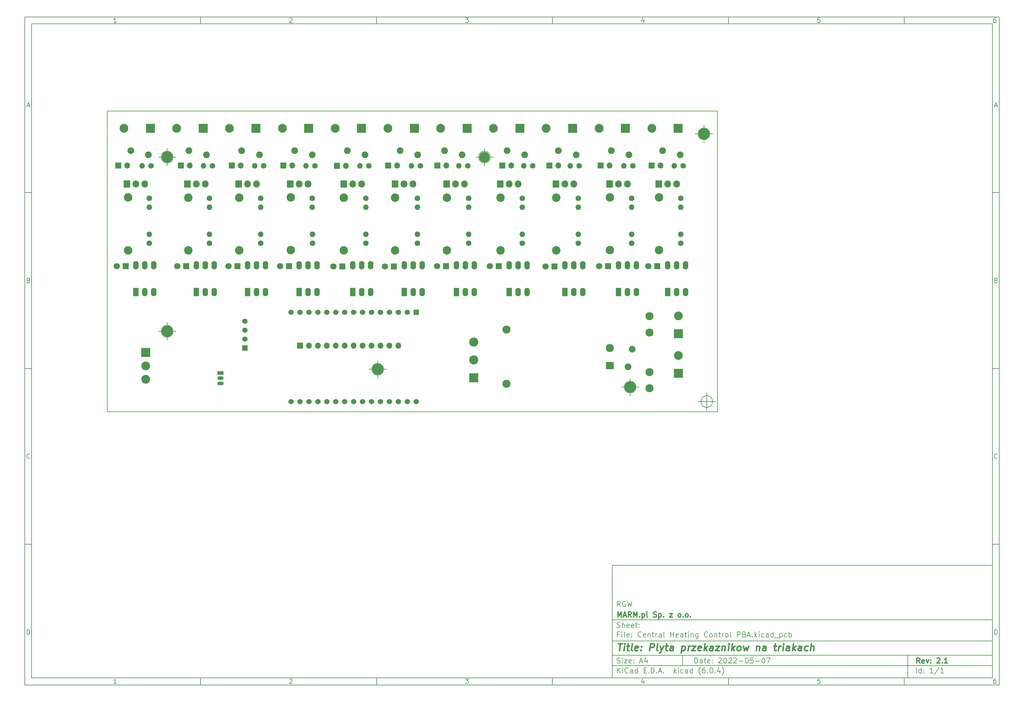
<source format=gbr>
%TF.GenerationSoftware,KiCad,Pcbnew,(6.0.4)*%
%TF.CreationDate,2022-05-29T19:49:36+02:00*%
%TF.ProjectId,Central Heating Control PBA,43656e74-7261-46c2-9048-656174696e67,2.1*%
%TF.SameCoordinates,Original*%
%TF.FileFunction,Soldermask,Bot*%
%TF.FilePolarity,Negative*%
%FSLAX46Y46*%
G04 Gerber Fmt 4.6, Leading zero omitted, Abs format (unit mm)*
G04 Created by KiCad (PCBNEW (6.0.4)) date 2022-05-29 19:49:36*
%MOMM*%
%LPD*%
G01*
G04 APERTURE LIST*
%ADD10C,0.100000*%
%ADD11C,0.150000*%
%ADD12C,0.300000*%
%ADD13C,0.400000*%
%TA.AperFunction,Profile*%
%ADD14C,0.150000*%
%TD*%
%ADD15C,3.000000*%
%ADD16R,1.800000X1.800000*%
%ADD17C,1.800000*%
%ADD18R,2.500000X2.500000*%
%ADD19C,2.500000*%
%ADD20R,1.600000X2.400000*%
%ADD21O,1.600000X2.400000*%
%ADD22C,1.600000*%
%ADD23O,1.600000X1.600000*%
%ADD24R,1.905000X2.000000*%
%ADD25O,1.905000X2.000000*%
%ADD26C,2.400000*%
%ADD27R,1.700000X1.700000*%
%ADD28O,1.700000X1.700000*%
%ADD29C,1.900000*%
%ADD30R,2.600000X2.600000*%
%ADD31C,2.600000*%
%ADD32R,1.500000X1.500000*%
%ADD33C,1.500000*%
%ADD34R,1.800000X1.050000*%
%ADD35O,1.800000X1.050000*%
%ADD36C,2.300000*%
%ADD37R,1.524000X1.524000*%
%ADD38C,1.524000*%
%ADD39R,2.300000X2.000000*%
G04 APERTURE END LIST*
D10*
D11*
X177002200Y-166007200D02*
X177002200Y-198007200D01*
X285002200Y-198007200D01*
X285002200Y-166007200D01*
X177002200Y-166007200D01*
D10*
D11*
X10000000Y-10000000D02*
X10000000Y-200007200D01*
X287002200Y-200007200D01*
X287002200Y-10000000D01*
X10000000Y-10000000D01*
D10*
D11*
X12000000Y-12000000D02*
X12000000Y-198007200D01*
X285002200Y-198007200D01*
X285002200Y-12000000D01*
X12000000Y-12000000D01*
D10*
D11*
X60000000Y-12000000D02*
X60000000Y-10000000D01*
D10*
D11*
X110000000Y-12000000D02*
X110000000Y-10000000D01*
D10*
D11*
X160000000Y-12000000D02*
X160000000Y-10000000D01*
D10*
D11*
X210000000Y-12000000D02*
X210000000Y-10000000D01*
D10*
D11*
X260000000Y-12000000D02*
X260000000Y-10000000D01*
D10*
D11*
X36065476Y-11588095D02*
X35322619Y-11588095D01*
X35694047Y-11588095D02*
X35694047Y-10288095D01*
X35570238Y-10473809D01*
X35446428Y-10597619D01*
X35322619Y-10659523D01*
D10*
D11*
X85322619Y-10411904D02*
X85384523Y-10350000D01*
X85508333Y-10288095D01*
X85817857Y-10288095D01*
X85941666Y-10350000D01*
X86003571Y-10411904D01*
X86065476Y-10535714D01*
X86065476Y-10659523D01*
X86003571Y-10845238D01*
X85260714Y-11588095D01*
X86065476Y-11588095D01*
D10*
D11*
X135260714Y-10288095D02*
X136065476Y-10288095D01*
X135632142Y-10783333D01*
X135817857Y-10783333D01*
X135941666Y-10845238D01*
X136003571Y-10907142D01*
X136065476Y-11030952D01*
X136065476Y-11340476D01*
X136003571Y-11464285D01*
X135941666Y-11526190D01*
X135817857Y-11588095D01*
X135446428Y-11588095D01*
X135322619Y-11526190D01*
X135260714Y-11464285D01*
D10*
D11*
X185941666Y-10721428D02*
X185941666Y-11588095D01*
X185632142Y-10226190D02*
X185322619Y-11154761D01*
X186127380Y-11154761D01*
D10*
D11*
X236003571Y-10288095D02*
X235384523Y-10288095D01*
X235322619Y-10907142D01*
X235384523Y-10845238D01*
X235508333Y-10783333D01*
X235817857Y-10783333D01*
X235941666Y-10845238D01*
X236003571Y-10907142D01*
X236065476Y-11030952D01*
X236065476Y-11340476D01*
X236003571Y-11464285D01*
X235941666Y-11526190D01*
X235817857Y-11588095D01*
X235508333Y-11588095D01*
X235384523Y-11526190D01*
X235322619Y-11464285D01*
D10*
D11*
X285941666Y-10288095D02*
X285694047Y-10288095D01*
X285570238Y-10350000D01*
X285508333Y-10411904D01*
X285384523Y-10597619D01*
X285322619Y-10845238D01*
X285322619Y-11340476D01*
X285384523Y-11464285D01*
X285446428Y-11526190D01*
X285570238Y-11588095D01*
X285817857Y-11588095D01*
X285941666Y-11526190D01*
X286003571Y-11464285D01*
X286065476Y-11340476D01*
X286065476Y-11030952D01*
X286003571Y-10907142D01*
X285941666Y-10845238D01*
X285817857Y-10783333D01*
X285570238Y-10783333D01*
X285446428Y-10845238D01*
X285384523Y-10907142D01*
X285322619Y-11030952D01*
D10*
D11*
X60000000Y-198007200D02*
X60000000Y-200007200D01*
D10*
D11*
X110000000Y-198007200D02*
X110000000Y-200007200D01*
D10*
D11*
X160000000Y-198007200D02*
X160000000Y-200007200D01*
D10*
D11*
X210000000Y-198007200D02*
X210000000Y-200007200D01*
D10*
D11*
X260000000Y-198007200D02*
X260000000Y-200007200D01*
D10*
D11*
X36065476Y-199595295D02*
X35322619Y-199595295D01*
X35694047Y-199595295D02*
X35694047Y-198295295D01*
X35570238Y-198481009D01*
X35446428Y-198604819D01*
X35322619Y-198666723D01*
D10*
D11*
X85322619Y-198419104D02*
X85384523Y-198357200D01*
X85508333Y-198295295D01*
X85817857Y-198295295D01*
X85941666Y-198357200D01*
X86003571Y-198419104D01*
X86065476Y-198542914D01*
X86065476Y-198666723D01*
X86003571Y-198852438D01*
X85260714Y-199595295D01*
X86065476Y-199595295D01*
D10*
D11*
X135260714Y-198295295D02*
X136065476Y-198295295D01*
X135632142Y-198790533D01*
X135817857Y-198790533D01*
X135941666Y-198852438D01*
X136003571Y-198914342D01*
X136065476Y-199038152D01*
X136065476Y-199347676D01*
X136003571Y-199471485D01*
X135941666Y-199533390D01*
X135817857Y-199595295D01*
X135446428Y-199595295D01*
X135322619Y-199533390D01*
X135260714Y-199471485D01*
D10*
D11*
X185941666Y-198728628D02*
X185941666Y-199595295D01*
X185632142Y-198233390D02*
X185322619Y-199161961D01*
X186127380Y-199161961D01*
D10*
D11*
X236003571Y-198295295D02*
X235384523Y-198295295D01*
X235322619Y-198914342D01*
X235384523Y-198852438D01*
X235508333Y-198790533D01*
X235817857Y-198790533D01*
X235941666Y-198852438D01*
X236003571Y-198914342D01*
X236065476Y-199038152D01*
X236065476Y-199347676D01*
X236003571Y-199471485D01*
X235941666Y-199533390D01*
X235817857Y-199595295D01*
X235508333Y-199595295D01*
X235384523Y-199533390D01*
X235322619Y-199471485D01*
D10*
D11*
X285941666Y-198295295D02*
X285694047Y-198295295D01*
X285570238Y-198357200D01*
X285508333Y-198419104D01*
X285384523Y-198604819D01*
X285322619Y-198852438D01*
X285322619Y-199347676D01*
X285384523Y-199471485D01*
X285446428Y-199533390D01*
X285570238Y-199595295D01*
X285817857Y-199595295D01*
X285941666Y-199533390D01*
X286003571Y-199471485D01*
X286065476Y-199347676D01*
X286065476Y-199038152D01*
X286003571Y-198914342D01*
X285941666Y-198852438D01*
X285817857Y-198790533D01*
X285570238Y-198790533D01*
X285446428Y-198852438D01*
X285384523Y-198914342D01*
X285322619Y-199038152D01*
D10*
D11*
X10000000Y-60000000D02*
X12000000Y-60000000D01*
D10*
D11*
X10000000Y-110000000D02*
X12000000Y-110000000D01*
D10*
D11*
X10000000Y-160000000D02*
X12000000Y-160000000D01*
D10*
D11*
X10690476Y-35216666D02*
X11309523Y-35216666D01*
X10566666Y-35588095D02*
X11000000Y-34288095D01*
X11433333Y-35588095D01*
D10*
D11*
X11092857Y-84907142D02*
X11278571Y-84969047D01*
X11340476Y-85030952D01*
X11402380Y-85154761D01*
X11402380Y-85340476D01*
X11340476Y-85464285D01*
X11278571Y-85526190D01*
X11154761Y-85588095D01*
X10659523Y-85588095D01*
X10659523Y-84288095D01*
X11092857Y-84288095D01*
X11216666Y-84350000D01*
X11278571Y-84411904D01*
X11340476Y-84535714D01*
X11340476Y-84659523D01*
X11278571Y-84783333D01*
X11216666Y-84845238D01*
X11092857Y-84907142D01*
X10659523Y-84907142D01*
D10*
D11*
X11402380Y-135464285D02*
X11340476Y-135526190D01*
X11154761Y-135588095D01*
X11030952Y-135588095D01*
X10845238Y-135526190D01*
X10721428Y-135402380D01*
X10659523Y-135278571D01*
X10597619Y-135030952D01*
X10597619Y-134845238D01*
X10659523Y-134597619D01*
X10721428Y-134473809D01*
X10845238Y-134350000D01*
X11030952Y-134288095D01*
X11154761Y-134288095D01*
X11340476Y-134350000D01*
X11402380Y-134411904D01*
D10*
D11*
X10659523Y-185588095D02*
X10659523Y-184288095D01*
X10969047Y-184288095D01*
X11154761Y-184350000D01*
X11278571Y-184473809D01*
X11340476Y-184597619D01*
X11402380Y-184845238D01*
X11402380Y-185030952D01*
X11340476Y-185278571D01*
X11278571Y-185402380D01*
X11154761Y-185526190D01*
X10969047Y-185588095D01*
X10659523Y-185588095D01*
D10*
D11*
X287002200Y-60000000D02*
X285002200Y-60000000D01*
D10*
D11*
X287002200Y-110000000D02*
X285002200Y-110000000D01*
D10*
D11*
X287002200Y-160000000D02*
X285002200Y-160000000D01*
D10*
D11*
X285692676Y-35216666D02*
X286311723Y-35216666D01*
X285568866Y-35588095D02*
X286002200Y-34288095D01*
X286435533Y-35588095D01*
D10*
D11*
X286095057Y-84907142D02*
X286280771Y-84969047D01*
X286342676Y-85030952D01*
X286404580Y-85154761D01*
X286404580Y-85340476D01*
X286342676Y-85464285D01*
X286280771Y-85526190D01*
X286156961Y-85588095D01*
X285661723Y-85588095D01*
X285661723Y-84288095D01*
X286095057Y-84288095D01*
X286218866Y-84350000D01*
X286280771Y-84411904D01*
X286342676Y-84535714D01*
X286342676Y-84659523D01*
X286280771Y-84783333D01*
X286218866Y-84845238D01*
X286095057Y-84907142D01*
X285661723Y-84907142D01*
D10*
D11*
X286404580Y-135464285D02*
X286342676Y-135526190D01*
X286156961Y-135588095D01*
X286033152Y-135588095D01*
X285847438Y-135526190D01*
X285723628Y-135402380D01*
X285661723Y-135278571D01*
X285599819Y-135030952D01*
X285599819Y-134845238D01*
X285661723Y-134597619D01*
X285723628Y-134473809D01*
X285847438Y-134350000D01*
X286033152Y-134288095D01*
X286156961Y-134288095D01*
X286342676Y-134350000D01*
X286404580Y-134411904D01*
D10*
D11*
X285661723Y-185588095D02*
X285661723Y-184288095D01*
X285971247Y-184288095D01*
X286156961Y-184350000D01*
X286280771Y-184473809D01*
X286342676Y-184597619D01*
X286404580Y-184845238D01*
X286404580Y-185030952D01*
X286342676Y-185278571D01*
X286280771Y-185402380D01*
X286156961Y-185526190D01*
X285971247Y-185588095D01*
X285661723Y-185588095D01*
D10*
D11*
X200434342Y-193785771D02*
X200434342Y-192285771D01*
X200791485Y-192285771D01*
X201005771Y-192357200D01*
X201148628Y-192500057D01*
X201220057Y-192642914D01*
X201291485Y-192928628D01*
X201291485Y-193142914D01*
X201220057Y-193428628D01*
X201148628Y-193571485D01*
X201005771Y-193714342D01*
X200791485Y-193785771D01*
X200434342Y-193785771D01*
X202577200Y-193785771D02*
X202577200Y-193000057D01*
X202505771Y-192857200D01*
X202362914Y-192785771D01*
X202077200Y-192785771D01*
X201934342Y-192857200D01*
X202577200Y-193714342D02*
X202434342Y-193785771D01*
X202077200Y-193785771D01*
X201934342Y-193714342D01*
X201862914Y-193571485D01*
X201862914Y-193428628D01*
X201934342Y-193285771D01*
X202077200Y-193214342D01*
X202434342Y-193214342D01*
X202577200Y-193142914D01*
X203077200Y-192785771D02*
X203648628Y-192785771D01*
X203291485Y-192285771D02*
X203291485Y-193571485D01*
X203362914Y-193714342D01*
X203505771Y-193785771D01*
X203648628Y-193785771D01*
X204720057Y-193714342D02*
X204577200Y-193785771D01*
X204291485Y-193785771D01*
X204148628Y-193714342D01*
X204077200Y-193571485D01*
X204077200Y-193000057D01*
X204148628Y-192857200D01*
X204291485Y-192785771D01*
X204577200Y-192785771D01*
X204720057Y-192857200D01*
X204791485Y-193000057D01*
X204791485Y-193142914D01*
X204077200Y-193285771D01*
X205434342Y-193642914D02*
X205505771Y-193714342D01*
X205434342Y-193785771D01*
X205362914Y-193714342D01*
X205434342Y-193642914D01*
X205434342Y-193785771D01*
X205434342Y-192857200D02*
X205505771Y-192928628D01*
X205434342Y-193000057D01*
X205362914Y-192928628D01*
X205434342Y-192857200D01*
X205434342Y-193000057D01*
X207220057Y-192428628D02*
X207291485Y-192357200D01*
X207434342Y-192285771D01*
X207791485Y-192285771D01*
X207934342Y-192357200D01*
X208005771Y-192428628D01*
X208077200Y-192571485D01*
X208077200Y-192714342D01*
X208005771Y-192928628D01*
X207148628Y-193785771D01*
X208077200Y-193785771D01*
X209005771Y-192285771D02*
X209148628Y-192285771D01*
X209291485Y-192357200D01*
X209362914Y-192428628D01*
X209434342Y-192571485D01*
X209505771Y-192857200D01*
X209505771Y-193214342D01*
X209434342Y-193500057D01*
X209362914Y-193642914D01*
X209291485Y-193714342D01*
X209148628Y-193785771D01*
X209005771Y-193785771D01*
X208862914Y-193714342D01*
X208791485Y-193642914D01*
X208720057Y-193500057D01*
X208648628Y-193214342D01*
X208648628Y-192857200D01*
X208720057Y-192571485D01*
X208791485Y-192428628D01*
X208862914Y-192357200D01*
X209005771Y-192285771D01*
X210077200Y-192428628D02*
X210148628Y-192357200D01*
X210291485Y-192285771D01*
X210648628Y-192285771D01*
X210791485Y-192357200D01*
X210862914Y-192428628D01*
X210934342Y-192571485D01*
X210934342Y-192714342D01*
X210862914Y-192928628D01*
X210005771Y-193785771D01*
X210934342Y-193785771D01*
X211505771Y-192428628D02*
X211577200Y-192357200D01*
X211720057Y-192285771D01*
X212077200Y-192285771D01*
X212220057Y-192357200D01*
X212291485Y-192428628D01*
X212362914Y-192571485D01*
X212362914Y-192714342D01*
X212291485Y-192928628D01*
X211434342Y-193785771D01*
X212362914Y-193785771D01*
X213005771Y-193214342D02*
X214148628Y-193214342D01*
X215148628Y-192285771D02*
X215291485Y-192285771D01*
X215434342Y-192357200D01*
X215505771Y-192428628D01*
X215577200Y-192571485D01*
X215648628Y-192857200D01*
X215648628Y-193214342D01*
X215577200Y-193500057D01*
X215505771Y-193642914D01*
X215434342Y-193714342D01*
X215291485Y-193785771D01*
X215148628Y-193785771D01*
X215005771Y-193714342D01*
X214934342Y-193642914D01*
X214862914Y-193500057D01*
X214791485Y-193214342D01*
X214791485Y-192857200D01*
X214862914Y-192571485D01*
X214934342Y-192428628D01*
X215005771Y-192357200D01*
X215148628Y-192285771D01*
X217005771Y-192285771D02*
X216291485Y-192285771D01*
X216220057Y-193000057D01*
X216291485Y-192928628D01*
X216434342Y-192857200D01*
X216791485Y-192857200D01*
X216934342Y-192928628D01*
X217005771Y-193000057D01*
X217077200Y-193142914D01*
X217077200Y-193500057D01*
X217005771Y-193642914D01*
X216934342Y-193714342D01*
X216791485Y-193785771D01*
X216434342Y-193785771D01*
X216291485Y-193714342D01*
X216220057Y-193642914D01*
X217720057Y-193214342D02*
X218862914Y-193214342D01*
X219862914Y-192285771D02*
X220005771Y-192285771D01*
X220148628Y-192357200D01*
X220220057Y-192428628D01*
X220291485Y-192571485D01*
X220362914Y-192857200D01*
X220362914Y-193214342D01*
X220291485Y-193500057D01*
X220220057Y-193642914D01*
X220148628Y-193714342D01*
X220005771Y-193785771D01*
X219862914Y-193785771D01*
X219720057Y-193714342D01*
X219648628Y-193642914D01*
X219577200Y-193500057D01*
X219505771Y-193214342D01*
X219505771Y-192857200D01*
X219577200Y-192571485D01*
X219648628Y-192428628D01*
X219720057Y-192357200D01*
X219862914Y-192285771D01*
X220862914Y-192285771D02*
X221862914Y-192285771D01*
X221220057Y-193785771D01*
D10*
D11*
X177002200Y-194507200D02*
X285002200Y-194507200D01*
D10*
D11*
X178434342Y-196585771D02*
X178434342Y-195085771D01*
X179291485Y-196585771D02*
X178648628Y-195728628D01*
X179291485Y-195085771D02*
X178434342Y-195942914D01*
X179934342Y-196585771D02*
X179934342Y-195585771D01*
X179934342Y-195085771D02*
X179862914Y-195157200D01*
X179934342Y-195228628D01*
X180005771Y-195157200D01*
X179934342Y-195085771D01*
X179934342Y-195228628D01*
X181505771Y-196442914D02*
X181434342Y-196514342D01*
X181220057Y-196585771D01*
X181077200Y-196585771D01*
X180862914Y-196514342D01*
X180720057Y-196371485D01*
X180648628Y-196228628D01*
X180577200Y-195942914D01*
X180577200Y-195728628D01*
X180648628Y-195442914D01*
X180720057Y-195300057D01*
X180862914Y-195157200D01*
X181077200Y-195085771D01*
X181220057Y-195085771D01*
X181434342Y-195157200D01*
X181505771Y-195228628D01*
X182791485Y-196585771D02*
X182791485Y-195800057D01*
X182720057Y-195657200D01*
X182577200Y-195585771D01*
X182291485Y-195585771D01*
X182148628Y-195657200D01*
X182791485Y-196514342D02*
X182648628Y-196585771D01*
X182291485Y-196585771D01*
X182148628Y-196514342D01*
X182077200Y-196371485D01*
X182077200Y-196228628D01*
X182148628Y-196085771D01*
X182291485Y-196014342D01*
X182648628Y-196014342D01*
X182791485Y-195942914D01*
X184148628Y-196585771D02*
X184148628Y-195085771D01*
X184148628Y-196514342D02*
X184005771Y-196585771D01*
X183720057Y-196585771D01*
X183577200Y-196514342D01*
X183505771Y-196442914D01*
X183434342Y-196300057D01*
X183434342Y-195871485D01*
X183505771Y-195728628D01*
X183577200Y-195657200D01*
X183720057Y-195585771D01*
X184005771Y-195585771D01*
X184148628Y-195657200D01*
X186005771Y-195800057D02*
X186505771Y-195800057D01*
X186720057Y-196585771D02*
X186005771Y-196585771D01*
X186005771Y-195085771D01*
X186720057Y-195085771D01*
X187362914Y-196442914D02*
X187434342Y-196514342D01*
X187362914Y-196585771D01*
X187291485Y-196514342D01*
X187362914Y-196442914D01*
X187362914Y-196585771D01*
X188077200Y-196585771D02*
X188077200Y-195085771D01*
X188434342Y-195085771D01*
X188648628Y-195157200D01*
X188791485Y-195300057D01*
X188862914Y-195442914D01*
X188934342Y-195728628D01*
X188934342Y-195942914D01*
X188862914Y-196228628D01*
X188791485Y-196371485D01*
X188648628Y-196514342D01*
X188434342Y-196585771D01*
X188077200Y-196585771D01*
X189577200Y-196442914D02*
X189648628Y-196514342D01*
X189577200Y-196585771D01*
X189505771Y-196514342D01*
X189577200Y-196442914D01*
X189577200Y-196585771D01*
X190220057Y-196157200D02*
X190934342Y-196157200D01*
X190077200Y-196585771D02*
X190577200Y-195085771D01*
X191077200Y-196585771D01*
X191577200Y-196442914D02*
X191648628Y-196514342D01*
X191577200Y-196585771D01*
X191505771Y-196514342D01*
X191577200Y-196442914D01*
X191577200Y-196585771D01*
X194577200Y-196585771D02*
X194577200Y-195085771D01*
X194720057Y-196014342D02*
X195148628Y-196585771D01*
X195148628Y-195585771D02*
X194577200Y-196157200D01*
X195791485Y-196585771D02*
X195791485Y-195585771D01*
X195791485Y-195085771D02*
X195720057Y-195157200D01*
X195791485Y-195228628D01*
X195862914Y-195157200D01*
X195791485Y-195085771D01*
X195791485Y-195228628D01*
X197148628Y-196514342D02*
X197005771Y-196585771D01*
X196720057Y-196585771D01*
X196577200Y-196514342D01*
X196505771Y-196442914D01*
X196434342Y-196300057D01*
X196434342Y-195871485D01*
X196505771Y-195728628D01*
X196577200Y-195657200D01*
X196720057Y-195585771D01*
X197005771Y-195585771D01*
X197148628Y-195657200D01*
X198434342Y-196585771D02*
X198434342Y-195800057D01*
X198362914Y-195657200D01*
X198220057Y-195585771D01*
X197934342Y-195585771D01*
X197791485Y-195657200D01*
X198434342Y-196514342D02*
X198291485Y-196585771D01*
X197934342Y-196585771D01*
X197791485Y-196514342D01*
X197720057Y-196371485D01*
X197720057Y-196228628D01*
X197791485Y-196085771D01*
X197934342Y-196014342D01*
X198291485Y-196014342D01*
X198434342Y-195942914D01*
X199791485Y-196585771D02*
X199791485Y-195085771D01*
X199791485Y-196514342D02*
X199648628Y-196585771D01*
X199362914Y-196585771D01*
X199220057Y-196514342D01*
X199148628Y-196442914D01*
X199077200Y-196300057D01*
X199077200Y-195871485D01*
X199148628Y-195728628D01*
X199220057Y-195657200D01*
X199362914Y-195585771D01*
X199648628Y-195585771D01*
X199791485Y-195657200D01*
X202077200Y-197157200D02*
X202005771Y-197085771D01*
X201862914Y-196871485D01*
X201791485Y-196728628D01*
X201720057Y-196514342D01*
X201648628Y-196157200D01*
X201648628Y-195871485D01*
X201720057Y-195514342D01*
X201791485Y-195300057D01*
X201862914Y-195157200D01*
X202005771Y-194942914D01*
X202077200Y-194871485D01*
X203291485Y-195085771D02*
X203005771Y-195085771D01*
X202862914Y-195157200D01*
X202791485Y-195228628D01*
X202648628Y-195442914D01*
X202577200Y-195728628D01*
X202577200Y-196300057D01*
X202648628Y-196442914D01*
X202720057Y-196514342D01*
X202862914Y-196585771D01*
X203148628Y-196585771D01*
X203291485Y-196514342D01*
X203362914Y-196442914D01*
X203434342Y-196300057D01*
X203434342Y-195942914D01*
X203362914Y-195800057D01*
X203291485Y-195728628D01*
X203148628Y-195657200D01*
X202862914Y-195657200D01*
X202720057Y-195728628D01*
X202648628Y-195800057D01*
X202577200Y-195942914D01*
X204077200Y-196442914D02*
X204148628Y-196514342D01*
X204077200Y-196585771D01*
X204005771Y-196514342D01*
X204077200Y-196442914D01*
X204077200Y-196585771D01*
X205077200Y-195085771D02*
X205220057Y-195085771D01*
X205362914Y-195157200D01*
X205434342Y-195228628D01*
X205505771Y-195371485D01*
X205577200Y-195657200D01*
X205577200Y-196014342D01*
X205505771Y-196300057D01*
X205434342Y-196442914D01*
X205362914Y-196514342D01*
X205220057Y-196585771D01*
X205077200Y-196585771D01*
X204934342Y-196514342D01*
X204862914Y-196442914D01*
X204791485Y-196300057D01*
X204720057Y-196014342D01*
X204720057Y-195657200D01*
X204791485Y-195371485D01*
X204862914Y-195228628D01*
X204934342Y-195157200D01*
X205077200Y-195085771D01*
X206220057Y-196442914D02*
X206291485Y-196514342D01*
X206220057Y-196585771D01*
X206148628Y-196514342D01*
X206220057Y-196442914D01*
X206220057Y-196585771D01*
X207577200Y-195585771D02*
X207577200Y-196585771D01*
X207220057Y-195014342D02*
X206862914Y-196085771D01*
X207791485Y-196085771D01*
X208220057Y-197157200D02*
X208291485Y-197085771D01*
X208434342Y-196871485D01*
X208505771Y-196728628D01*
X208577200Y-196514342D01*
X208648628Y-196157200D01*
X208648628Y-195871485D01*
X208577200Y-195514342D01*
X208505771Y-195300057D01*
X208434342Y-195157200D01*
X208291485Y-194942914D01*
X208220057Y-194871485D01*
D10*
D11*
X177002200Y-191507200D02*
X285002200Y-191507200D01*
D10*
D12*
X264411485Y-193785771D02*
X263911485Y-193071485D01*
X263554342Y-193785771D02*
X263554342Y-192285771D01*
X264125771Y-192285771D01*
X264268628Y-192357200D01*
X264340057Y-192428628D01*
X264411485Y-192571485D01*
X264411485Y-192785771D01*
X264340057Y-192928628D01*
X264268628Y-193000057D01*
X264125771Y-193071485D01*
X263554342Y-193071485D01*
X265625771Y-193714342D02*
X265482914Y-193785771D01*
X265197200Y-193785771D01*
X265054342Y-193714342D01*
X264982914Y-193571485D01*
X264982914Y-193000057D01*
X265054342Y-192857200D01*
X265197200Y-192785771D01*
X265482914Y-192785771D01*
X265625771Y-192857200D01*
X265697200Y-193000057D01*
X265697200Y-193142914D01*
X264982914Y-193285771D01*
X266197200Y-192785771D02*
X266554342Y-193785771D01*
X266911485Y-192785771D01*
X267482914Y-193642914D02*
X267554342Y-193714342D01*
X267482914Y-193785771D01*
X267411485Y-193714342D01*
X267482914Y-193642914D01*
X267482914Y-193785771D01*
X267482914Y-192857200D02*
X267554342Y-192928628D01*
X267482914Y-193000057D01*
X267411485Y-192928628D01*
X267482914Y-192857200D01*
X267482914Y-193000057D01*
X269268628Y-192428628D02*
X269340057Y-192357200D01*
X269482914Y-192285771D01*
X269840057Y-192285771D01*
X269982914Y-192357200D01*
X270054342Y-192428628D01*
X270125771Y-192571485D01*
X270125771Y-192714342D01*
X270054342Y-192928628D01*
X269197200Y-193785771D01*
X270125771Y-193785771D01*
X270768628Y-193642914D02*
X270840057Y-193714342D01*
X270768628Y-193785771D01*
X270697200Y-193714342D01*
X270768628Y-193642914D01*
X270768628Y-193785771D01*
X272268628Y-193785771D02*
X271411485Y-193785771D01*
X271840057Y-193785771D02*
X271840057Y-192285771D01*
X271697200Y-192500057D01*
X271554342Y-192642914D01*
X271411485Y-192714342D01*
D10*
D11*
X178362914Y-193714342D02*
X178577200Y-193785771D01*
X178934342Y-193785771D01*
X179077200Y-193714342D01*
X179148628Y-193642914D01*
X179220057Y-193500057D01*
X179220057Y-193357200D01*
X179148628Y-193214342D01*
X179077200Y-193142914D01*
X178934342Y-193071485D01*
X178648628Y-193000057D01*
X178505771Y-192928628D01*
X178434342Y-192857200D01*
X178362914Y-192714342D01*
X178362914Y-192571485D01*
X178434342Y-192428628D01*
X178505771Y-192357200D01*
X178648628Y-192285771D01*
X179005771Y-192285771D01*
X179220057Y-192357200D01*
X179862914Y-193785771D02*
X179862914Y-192785771D01*
X179862914Y-192285771D02*
X179791485Y-192357200D01*
X179862914Y-192428628D01*
X179934342Y-192357200D01*
X179862914Y-192285771D01*
X179862914Y-192428628D01*
X180434342Y-192785771D02*
X181220057Y-192785771D01*
X180434342Y-193785771D01*
X181220057Y-193785771D01*
X182362914Y-193714342D02*
X182220057Y-193785771D01*
X181934342Y-193785771D01*
X181791485Y-193714342D01*
X181720057Y-193571485D01*
X181720057Y-193000057D01*
X181791485Y-192857200D01*
X181934342Y-192785771D01*
X182220057Y-192785771D01*
X182362914Y-192857200D01*
X182434342Y-193000057D01*
X182434342Y-193142914D01*
X181720057Y-193285771D01*
X183077200Y-193642914D02*
X183148628Y-193714342D01*
X183077200Y-193785771D01*
X183005771Y-193714342D01*
X183077200Y-193642914D01*
X183077200Y-193785771D01*
X183077200Y-192857200D02*
X183148628Y-192928628D01*
X183077200Y-193000057D01*
X183005771Y-192928628D01*
X183077200Y-192857200D01*
X183077200Y-193000057D01*
X184862914Y-193357200D02*
X185577200Y-193357200D01*
X184720057Y-193785771D02*
X185220057Y-192285771D01*
X185720057Y-193785771D01*
X186862914Y-192785771D02*
X186862914Y-193785771D01*
X186505771Y-192214342D02*
X186148628Y-193285771D01*
X187077200Y-193285771D01*
D10*
D11*
X263434342Y-196585771D02*
X263434342Y-195085771D01*
X264791485Y-196585771D02*
X264791485Y-195085771D01*
X264791485Y-196514342D02*
X264648628Y-196585771D01*
X264362914Y-196585771D01*
X264220057Y-196514342D01*
X264148628Y-196442914D01*
X264077200Y-196300057D01*
X264077200Y-195871485D01*
X264148628Y-195728628D01*
X264220057Y-195657200D01*
X264362914Y-195585771D01*
X264648628Y-195585771D01*
X264791485Y-195657200D01*
X265505771Y-196442914D02*
X265577200Y-196514342D01*
X265505771Y-196585771D01*
X265434342Y-196514342D01*
X265505771Y-196442914D01*
X265505771Y-196585771D01*
X265505771Y-195657200D02*
X265577200Y-195728628D01*
X265505771Y-195800057D01*
X265434342Y-195728628D01*
X265505771Y-195657200D01*
X265505771Y-195800057D01*
X268148628Y-196585771D02*
X267291485Y-196585771D01*
X267720057Y-196585771D02*
X267720057Y-195085771D01*
X267577200Y-195300057D01*
X267434342Y-195442914D01*
X267291485Y-195514342D01*
X269862914Y-195014342D02*
X268577200Y-196942914D01*
X271148628Y-196585771D02*
X270291485Y-196585771D01*
X270720057Y-196585771D02*
X270720057Y-195085771D01*
X270577200Y-195300057D01*
X270434342Y-195442914D01*
X270291485Y-195514342D01*
D10*
D11*
X177002200Y-187507200D02*
X285002200Y-187507200D01*
D10*
D13*
X178714580Y-188211961D02*
X179857438Y-188211961D01*
X179036009Y-190211961D02*
X179286009Y-188211961D01*
X180274104Y-190211961D02*
X180440771Y-188878628D01*
X180524104Y-188211961D02*
X180416961Y-188307200D01*
X180500295Y-188402438D01*
X180607438Y-188307200D01*
X180524104Y-188211961D01*
X180500295Y-188402438D01*
X181107438Y-188878628D02*
X181869342Y-188878628D01*
X181476485Y-188211961D02*
X181262200Y-189926247D01*
X181333628Y-190116723D01*
X181512200Y-190211961D01*
X181702676Y-190211961D01*
X182655057Y-190211961D02*
X182476485Y-190116723D01*
X182405057Y-189926247D01*
X182619342Y-188211961D01*
X184190771Y-190116723D02*
X183988390Y-190211961D01*
X183607438Y-190211961D01*
X183428866Y-190116723D01*
X183357438Y-189926247D01*
X183452676Y-189164342D01*
X183571723Y-188973866D01*
X183774104Y-188878628D01*
X184155057Y-188878628D01*
X184333628Y-188973866D01*
X184405057Y-189164342D01*
X184381247Y-189354819D01*
X183405057Y-189545295D01*
X185155057Y-190021485D02*
X185238390Y-190116723D01*
X185131247Y-190211961D01*
X185047914Y-190116723D01*
X185155057Y-190021485D01*
X185131247Y-190211961D01*
X185286009Y-188973866D02*
X185369342Y-189069104D01*
X185262200Y-189164342D01*
X185178866Y-189069104D01*
X185286009Y-188973866D01*
X185262200Y-189164342D01*
X187607438Y-190211961D02*
X187857438Y-188211961D01*
X188619342Y-188211961D01*
X188797914Y-188307200D01*
X188881247Y-188402438D01*
X188952676Y-188592914D01*
X188916961Y-188878628D01*
X188797914Y-189069104D01*
X188690771Y-189164342D01*
X188488390Y-189259580D01*
X187726485Y-189259580D01*
X189893152Y-190211961D02*
X189714580Y-190116723D01*
X189643152Y-189926247D01*
X189857438Y-188211961D01*
X190631247Y-188878628D02*
X190940771Y-190211961D01*
X191583628Y-188878628D02*
X190940771Y-190211961D01*
X190690771Y-190688152D01*
X190583628Y-190783390D01*
X190381247Y-190878628D01*
X192059819Y-188878628D02*
X192821723Y-188878628D01*
X192428866Y-188211961D02*
X192214580Y-189926247D01*
X192286009Y-190116723D01*
X192464580Y-190211961D01*
X192655057Y-190211961D01*
X194178866Y-190211961D02*
X194309819Y-189164342D01*
X194238390Y-188973866D01*
X194059819Y-188878628D01*
X193678866Y-188878628D01*
X193476485Y-188973866D01*
X194190771Y-190116723D02*
X193988390Y-190211961D01*
X193512200Y-190211961D01*
X193333628Y-190116723D01*
X193262200Y-189926247D01*
X193286009Y-189735771D01*
X193405057Y-189545295D01*
X193607438Y-189450057D01*
X194083628Y-189450057D01*
X194286009Y-189354819D01*
X196821723Y-188878628D02*
X196571723Y-190878628D01*
X196809819Y-188973866D02*
X197012200Y-188878628D01*
X197393152Y-188878628D01*
X197571723Y-188973866D01*
X197655057Y-189069104D01*
X197726485Y-189259580D01*
X197655057Y-189831009D01*
X197536009Y-190021485D01*
X197428866Y-190116723D01*
X197226485Y-190211961D01*
X196845533Y-190211961D01*
X196666961Y-190116723D01*
X198464580Y-190211961D02*
X198631247Y-188878628D01*
X198583628Y-189259580D02*
X198702676Y-189069104D01*
X198809819Y-188973866D01*
X199012200Y-188878628D01*
X199202676Y-188878628D01*
X199678866Y-188878628D02*
X200726485Y-188878628D01*
X199512200Y-190211961D01*
X200559819Y-190211961D01*
X202095533Y-190116723D02*
X201893152Y-190211961D01*
X201512200Y-190211961D01*
X201333628Y-190116723D01*
X201262200Y-189926247D01*
X201357438Y-189164342D01*
X201476485Y-188973866D01*
X201678866Y-188878628D01*
X202059819Y-188878628D01*
X202238390Y-188973866D01*
X202309819Y-189164342D01*
X202286009Y-189354819D01*
X201309819Y-189545295D01*
X203036009Y-190211961D02*
X203286009Y-188211961D01*
X203321723Y-189450057D02*
X203797914Y-190211961D01*
X203964580Y-188878628D02*
X203107438Y-189640533D01*
X205512200Y-190211961D02*
X205643152Y-189164342D01*
X205571723Y-188973866D01*
X205393152Y-188878628D01*
X205012200Y-188878628D01*
X204809819Y-188973866D01*
X205524104Y-190116723D02*
X205321723Y-190211961D01*
X204845533Y-190211961D01*
X204666961Y-190116723D01*
X204595533Y-189926247D01*
X204619342Y-189735771D01*
X204738390Y-189545295D01*
X204940771Y-189450057D01*
X205416961Y-189450057D01*
X205619342Y-189354819D01*
X206440771Y-188878628D02*
X207488390Y-188878628D01*
X206274104Y-190211961D01*
X207321723Y-190211961D01*
X208250295Y-188878628D02*
X208083628Y-190211961D01*
X208226485Y-189069104D02*
X208333628Y-188973866D01*
X208536009Y-188878628D01*
X208821723Y-188878628D01*
X209000295Y-188973866D01*
X209071723Y-189164342D01*
X208940771Y-190211961D01*
X209893152Y-190211961D02*
X210059819Y-188878628D01*
X210143152Y-188211961D02*
X210036009Y-188307200D01*
X210119342Y-188402438D01*
X210226485Y-188307200D01*
X210143152Y-188211961D01*
X210119342Y-188402438D01*
X210845533Y-190211961D02*
X211095533Y-188211961D01*
X211131247Y-189450057D02*
X211607438Y-190211961D01*
X211774104Y-188878628D02*
X210916961Y-189640533D01*
X212750295Y-190211961D02*
X212571723Y-190116723D01*
X212488390Y-190021485D01*
X212416961Y-189831009D01*
X212488390Y-189259580D01*
X212607438Y-189069104D01*
X212714580Y-188973866D01*
X212916961Y-188878628D01*
X213202676Y-188878628D01*
X213381247Y-188973866D01*
X213464580Y-189069104D01*
X213536009Y-189259580D01*
X213464580Y-189831009D01*
X213345533Y-190021485D01*
X213238390Y-190116723D01*
X213036009Y-190211961D01*
X212750295Y-190211961D01*
X214250295Y-188878628D02*
X214464580Y-190211961D01*
X214964580Y-189259580D01*
X215226485Y-190211961D01*
X215774104Y-188878628D01*
X218059819Y-188878628D02*
X217893152Y-190211961D01*
X218036009Y-189069104D02*
X218143152Y-188973866D01*
X218345533Y-188878628D01*
X218631247Y-188878628D01*
X218809819Y-188973866D01*
X218881247Y-189164342D01*
X218750295Y-190211961D01*
X220559819Y-190211961D02*
X220690771Y-189164342D01*
X220619342Y-188973866D01*
X220440771Y-188878628D01*
X220059819Y-188878628D01*
X219857438Y-188973866D01*
X220571723Y-190116723D02*
X220369342Y-190211961D01*
X219893152Y-190211961D01*
X219714580Y-190116723D01*
X219643152Y-189926247D01*
X219666961Y-189735771D01*
X219786009Y-189545295D01*
X219988390Y-189450057D01*
X220464580Y-189450057D01*
X220666961Y-189354819D01*
X222916961Y-188878628D02*
X223678866Y-188878628D01*
X223286009Y-188211961D02*
X223071723Y-189926247D01*
X223143152Y-190116723D01*
X223321723Y-190211961D01*
X223512200Y-190211961D01*
X224178866Y-190211961D02*
X224345533Y-188878628D01*
X224297914Y-189259580D02*
X224416961Y-189069104D01*
X224524104Y-188973866D01*
X224726485Y-188878628D01*
X224916961Y-188878628D01*
X225416961Y-190211961D02*
X225583628Y-188878628D01*
X225666961Y-188211961D02*
X225559819Y-188307200D01*
X225643152Y-188402438D01*
X225750295Y-188307200D01*
X225666961Y-188211961D01*
X225643152Y-188402438D01*
X227226485Y-190211961D02*
X227357438Y-189164342D01*
X227286009Y-188973866D01*
X227107438Y-188878628D01*
X226726485Y-188878628D01*
X226524104Y-188973866D01*
X227238390Y-190116723D02*
X227036009Y-190211961D01*
X226559819Y-190211961D01*
X226381247Y-190116723D01*
X226309819Y-189926247D01*
X226333628Y-189735771D01*
X226452676Y-189545295D01*
X226655057Y-189450057D01*
X227131247Y-189450057D01*
X227333628Y-189354819D01*
X228178866Y-190211961D02*
X228428866Y-188211961D01*
X228464580Y-189450057D02*
X228940771Y-190211961D01*
X229107438Y-188878628D02*
X228250295Y-189640533D01*
X230655057Y-190211961D02*
X230786009Y-189164342D01*
X230714580Y-188973866D01*
X230536009Y-188878628D01*
X230155057Y-188878628D01*
X229952676Y-188973866D01*
X230666961Y-190116723D02*
X230464580Y-190211961D01*
X229988390Y-190211961D01*
X229809819Y-190116723D01*
X229738390Y-189926247D01*
X229762200Y-189735771D01*
X229881247Y-189545295D01*
X230083628Y-189450057D01*
X230559819Y-189450057D01*
X230762200Y-189354819D01*
X232476485Y-190116723D02*
X232274104Y-190211961D01*
X231893152Y-190211961D01*
X231714580Y-190116723D01*
X231631247Y-190021485D01*
X231559819Y-189831009D01*
X231631247Y-189259580D01*
X231750295Y-189069104D01*
X231857438Y-188973866D01*
X232059819Y-188878628D01*
X232440771Y-188878628D01*
X232619342Y-188973866D01*
X233321723Y-190211961D02*
X233571723Y-188211961D01*
X234178866Y-190211961D02*
X234309819Y-189164342D01*
X234238390Y-188973866D01*
X234059819Y-188878628D01*
X233774104Y-188878628D01*
X233571723Y-188973866D01*
X233464580Y-189069104D01*
D10*
D11*
X178934342Y-185600057D02*
X178434342Y-185600057D01*
X178434342Y-186385771D02*
X178434342Y-184885771D01*
X179148628Y-184885771D01*
X179720057Y-186385771D02*
X179720057Y-185385771D01*
X179720057Y-184885771D02*
X179648628Y-184957200D01*
X179720057Y-185028628D01*
X179791485Y-184957200D01*
X179720057Y-184885771D01*
X179720057Y-185028628D01*
X180648628Y-186385771D02*
X180505771Y-186314342D01*
X180434342Y-186171485D01*
X180434342Y-184885771D01*
X181791485Y-186314342D02*
X181648628Y-186385771D01*
X181362914Y-186385771D01*
X181220057Y-186314342D01*
X181148628Y-186171485D01*
X181148628Y-185600057D01*
X181220057Y-185457200D01*
X181362914Y-185385771D01*
X181648628Y-185385771D01*
X181791485Y-185457200D01*
X181862914Y-185600057D01*
X181862914Y-185742914D01*
X181148628Y-185885771D01*
X182505771Y-186242914D02*
X182577200Y-186314342D01*
X182505771Y-186385771D01*
X182434342Y-186314342D01*
X182505771Y-186242914D01*
X182505771Y-186385771D01*
X182505771Y-185457200D02*
X182577200Y-185528628D01*
X182505771Y-185600057D01*
X182434342Y-185528628D01*
X182505771Y-185457200D01*
X182505771Y-185600057D01*
X185220057Y-186242914D02*
X185148628Y-186314342D01*
X184934342Y-186385771D01*
X184791485Y-186385771D01*
X184577200Y-186314342D01*
X184434342Y-186171485D01*
X184362914Y-186028628D01*
X184291485Y-185742914D01*
X184291485Y-185528628D01*
X184362914Y-185242914D01*
X184434342Y-185100057D01*
X184577200Y-184957200D01*
X184791485Y-184885771D01*
X184934342Y-184885771D01*
X185148628Y-184957200D01*
X185220057Y-185028628D01*
X186434342Y-186314342D02*
X186291485Y-186385771D01*
X186005771Y-186385771D01*
X185862914Y-186314342D01*
X185791485Y-186171485D01*
X185791485Y-185600057D01*
X185862914Y-185457200D01*
X186005771Y-185385771D01*
X186291485Y-185385771D01*
X186434342Y-185457200D01*
X186505771Y-185600057D01*
X186505771Y-185742914D01*
X185791485Y-185885771D01*
X187148628Y-185385771D02*
X187148628Y-186385771D01*
X187148628Y-185528628D02*
X187220057Y-185457200D01*
X187362914Y-185385771D01*
X187577200Y-185385771D01*
X187720057Y-185457200D01*
X187791485Y-185600057D01*
X187791485Y-186385771D01*
X188291485Y-185385771D02*
X188862914Y-185385771D01*
X188505771Y-184885771D02*
X188505771Y-186171485D01*
X188577200Y-186314342D01*
X188720057Y-186385771D01*
X188862914Y-186385771D01*
X189362914Y-186385771D02*
X189362914Y-185385771D01*
X189362914Y-185671485D02*
X189434342Y-185528628D01*
X189505771Y-185457200D01*
X189648628Y-185385771D01*
X189791485Y-185385771D01*
X190934342Y-186385771D02*
X190934342Y-185600057D01*
X190862914Y-185457200D01*
X190720057Y-185385771D01*
X190434342Y-185385771D01*
X190291485Y-185457200D01*
X190934342Y-186314342D02*
X190791485Y-186385771D01*
X190434342Y-186385771D01*
X190291485Y-186314342D01*
X190220057Y-186171485D01*
X190220057Y-186028628D01*
X190291485Y-185885771D01*
X190434342Y-185814342D01*
X190791485Y-185814342D01*
X190934342Y-185742914D01*
X191862914Y-186385771D02*
X191720057Y-186314342D01*
X191648628Y-186171485D01*
X191648628Y-184885771D01*
X193577200Y-186385771D02*
X193577200Y-184885771D01*
X193577200Y-185600057D02*
X194434342Y-185600057D01*
X194434342Y-186385771D02*
X194434342Y-184885771D01*
X195720057Y-186314342D02*
X195577200Y-186385771D01*
X195291485Y-186385771D01*
X195148628Y-186314342D01*
X195077200Y-186171485D01*
X195077200Y-185600057D01*
X195148628Y-185457200D01*
X195291485Y-185385771D01*
X195577200Y-185385771D01*
X195720057Y-185457200D01*
X195791485Y-185600057D01*
X195791485Y-185742914D01*
X195077200Y-185885771D01*
X197077200Y-186385771D02*
X197077200Y-185600057D01*
X197005771Y-185457200D01*
X196862914Y-185385771D01*
X196577200Y-185385771D01*
X196434342Y-185457200D01*
X197077200Y-186314342D02*
X196934342Y-186385771D01*
X196577200Y-186385771D01*
X196434342Y-186314342D01*
X196362914Y-186171485D01*
X196362914Y-186028628D01*
X196434342Y-185885771D01*
X196577200Y-185814342D01*
X196934342Y-185814342D01*
X197077200Y-185742914D01*
X197577200Y-185385771D02*
X198148628Y-185385771D01*
X197791485Y-184885771D02*
X197791485Y-186171485D01*
X197862914Y-186314342D01*
X198005771Y-186385771D01*
X198148628Y-186385771D01*
X198648628Y-186385771D02*
X198648628Y-185385771D01*
X198648628Y-184885771D02*
X198577200Y-184957200D01*
X198648628Y-185028628D01*
X198720057Y-184957200D01*
X198648628Y-184885771D01*
X198648628Y-185028628D01*
X199362914Y-185385771D02*
X199362914Y-186385771D01*
X199362914Y-185528628D02*
X199434342Y-185457200D01*
X199577200Y-185385771D01*
X199791485Y-185385771D01*
X199934342Y-185457200D01*
X200005771Y-185600057D01*
X200005771Y-186385771D01*
X201362914Y-185385771D02*
X201362914Y-186600057D01*
X201291485Y-186742914D01*
X201220057Y-186814342D01*
X201077200Y-186885771D01*
X200862914Y-186885771D01*
X200720057Y-186814342D01*
X201362914Y-186314342D02*
X201220057Y-186385771D01*
X200934342Y-186385771D01*
X200791485Y-186314342D01*
X200720057Y-186242914D01*
X200648628Y-186100057D01*
X200648628Y-185671485D01*
X200720057Y-185528628D01*
X200791485Y-185457200D01*
X200934342Y-185385771D01*
X201220057Y-185385771D01*
X201362914Y-185457200D01*
X204077200Y-186242914D02*
X204005771Y-186314342D01*
X203791485Y-186385771D01*
X203648628Y-186385771D01*
X203434342Y-186314342D01*
X203291485Y-186171485D01*
X203220057Y-186028628D01*
X203148628Y-185742914D01*
X203148628Y-185528628D01*
X203220057Y-185242914D01*
X203291485Y-185100057D01*
X203434342Y-184957200D01*
X203648628Y-184885771D01*
X203791485Y-184885771D01*
X204005771Y-184957200D01*
X204077200Y-185028628D01*
X204934342Y-186385771D02*
X204791485Y-186314342D01*
X204720057Y-186242914D01*
X204648628Y-186100057D01*
X204648628Y-185671485D01*
X204720057Y-185528628D01*
X204791485Y-185457200D01*
X204934342Y-185385771D01*
X205148628Y-185385771D01*
X205291485Y-185457200D01*
X205362914Y-185528628D01*
X205434342Y-185671485D01*
X205434342Y-186100057D01*
X205362914Y-186242914D01*
X205291485Y-186314342D01*
X205148628Y-186385771D01*
X204934342Y-186385771D01*
X206077200Y-185385771D02*
X206077200Y-186385771D01*
X206077200Y-185528628D02*
X206148628Y-185457200D01*
X206291485Y-185385771D01*
X206505771Y-185385771D01*
X206648628Y-185457200D01*
X206720057Y-185600057D01*
X206720057Y-186385771D01*
X207220057Y-185385771D02*
X207791485Y-185385771D01*
X207434342Y-184885771D02*
X207434342Y-186171485D01*
X207505771Y-186314342D01*
X207648628Y-186385771D01*
X207791485Y-186385771D01*
X208291485Y-186385771D02*
X208291485Y-185385771D01*
X208291485Y-185671485D02*
X208362914Y-185528628D01*
X208434342Y-185457200D01*
X208577200Y-185385771D01*
X208720057Y-185385771D01*
X209434342Y-186385771D02*
X209291485Y-186314342D01*
X209220057Y-186242914D01*
X209148628Y-186100057D01*
X209148628Y-185671485D01*
X209220057Y-185528628D01*
X209291485Y-185457200D01*
X209434342Y-185385771D01*
X209648628Y-185385771D01*
X209791485Y-185457200D01*
X209862914Y-185528628D01*
X209934342Y-185671485D01*
X209934342Y-186100057D01*
X209862914Y-186242914D01*
X209791485Y-186314342D01*
X209648628Y-186385771D01*
X209434342Y-186385771D01*
X210791485Y-186385771D02*
X210648628Y-186314342D01*
X210577200Y-186171485D01*
X210577200Y-184885771D01*
X212505771Y-186385771D02*
X212505771Y-184885771D01*
X213077200Y-184885771D01*
X213220057Y-184957200D01*
X213291485Y-185028628D01*
X213362914Y-185171485D01*
X213362914Y-185385771D01*
X213291485Y-185528628D01*
X213220057Y-185600057D01*
X213077200Y-185671485D01*
X212505771Y-185671485D01*
X214505771Y-185600057D02*
X214720057Y-185671485D01*
X214791485Y-185742914D01*
X214862914Y-185885771D01*
X214862914Y-186100057D01*
X214791485Y-186242914D01*
X214720057Y-186314342D01*
X214577200Y-186385771D01*
X214005771Y-186385771D01*
X214005771Y-184885771D01*
X214505771Y-184885771D01*
X214648628Y-184957200D01*
X214720057Y-185028628D01*
X214791485Y-185171485D01*
X214791485Y-185314342D01*
X214720057Y-185457200D01*
X214648628Y-185528628D01*
X214505771Y-185600057D01*
X214005771Y-185600057D01*
X215434342Y-185957200D02*
X216148628Y-185957200D01*
X215291485Y-186385771D02*
X215791485Y-184885771D01*
X216291485Y-186385771D01*
X216791485Y-186242914D02*
X216862914Y-186314342D01*
X216791485Y-186385771D01*
X216720057Y-186314342D01*
X216791485Y-186242914D01*
X216791485Y-186385771D01*
X217505771Y-186385771D02*
X217505771Y-184885771D01*
X217648628Y-185814342D02*
X218077200Y-186385771D01*
X218077200Y-185385771D02*
X217505771Y-185957200D01*
X218720057Y-186385771D02*
X218720057Y-185385771D01*
X218720057Y-184885771D02*
X218648628Y-184957200D01*
X218720057Y-185028628D01*
X218791485Y-184957200D01*
X218720057Y-184885771D01*
X218720057Y-185028628D01*
X220077200Y-186314342D02*
X219934342Y-186385771D01*
X219648628Y-186385771D01*
X219505771Y-186314342D01*
X219434342Y-186242914D01*
X219362914Y-186100057D01*
X219362914Y-185671485D01*
X219434342Y-185528628D01*
X219505771Y-185457200D01*
X219648628Y-185385771D01*
X219934342Y-185385771D01*
X220077200Y-185457200D01*
X221362914Y-186385771D02*
X221362914Y-185600057D01*
X221291485Y-185457200D01*
X221148628Y-185385771D01*
X220862914Y-185385771D01*
X220720057Y-185457200D01*
X221362914Y-186314342D02*
X221220057Y-186385771D01*
X220862914Y-186385771D01*
X220720057Y-186314342D01*
X220648628Y-186171485D01*
X220648628Y-186028628D01*
X220720057Y-185885771D01*
X220862914Y-185814342D01*
X221220057Y-185814342D01*
X221362914Y-185742914D01*
X222720057Y-186385771D02*
X222720057Y-184885771D01*
X222720057Y-186314342D02*
X222577200Y-186385771D01*
X222291485Y-186385771D01*
X222148628Y-186314342D01*
X222077200Y-186242914D01*
X222005771Y-186100057D01*
X222005771Y-185671485D01*
X222077200Y-185528628D01*
X222148628Y-185457200D01*
X222291485Y-185385771D01*
X222577200Y-185385771D01*
X222720057Y-185457200D01*
X223077200Y-186528628D02*
X224220057Y-186528628D01*
X224577200Y-185385771D02*
X224577200Y-186885771D01*
X224577200Y-185457200D02*
X224720057Y-185385771D01*
X225005771Y-185385771D01*
X225148628Y-185457200D01*
X225220057Y-185528628D01*
X225291485Y-185671485D01*
X225291485Y-186100057D01*
X225220057Y-186242914D01*
X225148628Y-186314342D01*
X225005771Y-186385771D01*
X224720057Y-186385771D01*
X224577200Y-186314342D01*
X226577200Y-186314342D02*
X226434342Y-186385771D01*
X226148628Y-186385771D01*
X226005771Y-186314342D01*
X225934342Y-186242914D01*
X225862914Y-186100057D01*
X225862914Y-185671485D01*
X225934342Y-185528628D01*
X226005771Y-185457200D01*
X226148628Y-185385771D01*
X226434342Y-185385771D01*
X226577200Y-185457200D01*
X227220057Y-186385771D02*
X227220057Y-184885771D01*
X227220057Y-185457200D02*
X227362914Y-185385771D01*
X227648628Y-185385771D01*
X227791485Y-185457200D01*
X227862914Y-185528628D01*
X227934342Y-185671485D01*
X227934342Y-186100057D01*
X227862914Y-186242914D01*
X227791485Y-186314342D01*
X227648628Y-186385771D01*
X227362914Y-186385771D01*
X227220057Y-186314342D01*
D10*
D11*
X177002200Y-181507200D02*
X285002200Y-181507200D01*
D10*
D11*
X178362914Y-183614342D02*
X178577200Y-183685771D01*
X178934342Y-183685771D01*
X179077200Y-183614342D01*
X179148628Y-183542914D01*
X179220057Y-183400057D01*
X179220057Y-183257200D01*
X179148628Y-183114342D01*
X179077200Y-183042914D01*
X178934342Y-182971485D01*
X178648628Y-182900057D01*
X178505771Y-182828628D01*
X178434342Y-182757200D01*
X178362914Y-182614342D01*
X178362914Y-182471485D01*
X178434342Y-182328628D01*
X178505771Y-182257200D01*
X178648628Y-182185771D01*
X179005771Y-182185771D01*
X179220057Y-182257200D01*
X179862914Y-183685771D02*
X179862914Y-182185771D01*
X180505771Y-183685771D02*
X180505771Y-182900057D01*
X180434342Y-182757200D01*
X180291485Y-182685771D01*
X180077200Y-182685771D01*
X179934342Y-182757200D01*
X179862914Y-182828628D01*
X181791485Y-183614342D02*
X181648628Y-183685771D01*
X181362914Y-183685771D01*
X181220057Y-183614342D01*
X181148628Y-183471485D01*
X181148628Y-182900057D01*
X181220057Y-182757200D01*
X181362914Y-182685771D01*
X181648628Y-182685771D01*
X181791485Y-182757200D01*
X181862914Y-182900057D01*
X181862914Y-183042914D01*
X181148628Y-183185771D01*
X183077200Y-183614342D02*
X182934342Y-183685771D01*
X182648628Y-183685771D01*
X182505771Y-183614342D01*
X182434342Y-183471485D01*
X182434342Y-182900057D01*
X182505771Y-182757200D01*
X182648628Y-182685771D01*
X182934342Y-182685771D01*
X183077200Y-182757200D01*
X183148628Y-182900057D01*
X183148628Y-183042914D01*
X182434342Y-183185771D01*
X183577200Y-182685771D02*
X184148628Y-182685771D01*
X183791485Y-182185771D02*
X183791485Y-183471485D01*
X183862914Y-183614342D01*
X184005771Y-183685771D01*
X184148628Y-183685771D01*
X184648628Y-183542914D02*
X184720057Y-183614342D01*
X184648628Y-183685771D01*
X184577200Y-183614342D01*
X184648628Y-183542914D01*
X184648628Y-183685771D01*
X184648628Y-182757200D02*
X184720057Y-182828628D01*
X184648628Y-182900057D01*
X184577200Y-182828628D01*
X184648628Y-182757200D01*
X184648628Y-182900057D01*
D10*
D12*
X178554342Y-180685771D02*
X178554342Y-179185771D01*
X179054342Y-180257200D01*
X179554342Y-179185771D01*
X179554342Y-180685771D01*
X180197200Y-180257200D02*
X180911485Y-180257200D01*
X180054342Y-180685771D02*
X180554342Y-179185771D01*
X181054342Y-180685771D01*
X182411485Y-180685771D02*
X181911485Y-179971485D01*
X181554342Y-180685771D02*
X181554342Y-179185771D01*
X182125771Y-179185771D01*
X182268628Y-179257200D01*
X182340057Y-179328628D01*
X182411485Y-179471485D01*
X182411485Y-179685771D01*
X182340057Y-179828628D01*
X182268628Y-179900057D01*
X182125771Y-179971485D01*
X181554342Y-179971485D01*
X183054342Y-180685771D02*
X183054342Y-179185771D01*
X183554342Y-180257200D01*
X184054342Y-179185771D01*
X184054342Y-180685771D01*
X184768628Y-180542914D02*
X184840057Y-180614342D01*
X184768628Y-180685771D01*
X184697200Y-180614342D01*
X184768628Y-180542914D01*
X184768628Y-180685771D01*
X185482914Y-179685771D02*
X185482914Y-181185771D01*
X185482914Y-179757200D02*
X185625771Y-179685771D01*
X185911485Y-179685771D01*
X186054342Y-179757200D01*
X186125771Y-179828628D01*
X186197200Y-179971485D01*
X186197200Y-180400057D01*
X186125771Y-180542914D01*
X186054342Y-180614342D01*
X185911485Y-180685771D01*
X185625771Y-180685771D01*
X185482914Y-180614342D01*
X187054342Y-180685771D02*
X186911485Y-180614342D01*
X186840057Y-180471485D01*
X186840057Y-179185771D01*
X188697200Y-180614342D02*
X188911485Y-180685771D01*
X189268628Y-180685771D01*
X189411485Y-180614342D01*
X189482914Y-180542914D01*
X189554342Y-180400057D01*
X189554342Y-180257200D01*
X189482914Y-180114342D01*
X189411485Y-180042914D01*
X189268628Y-179971485D01*
X188982914Y-179900057D01*
X188840057Y-179828628D01*
X188768628Y-179757200D01*
X188697200Y-179614342D01*
X188697200Y-179471485D01*
X188768628Y-179328628D01*
X188840057Y-179257200D01*
X188982914Y-179185771D01*
X189340057Y-179185771D01*
X189554342Y-179257200D01*
X190197200Y-179685771D02*
X190197200Y-181185771D01*
X190197200Y-179757200D02*
X190340057Y-179685771D01*
X190625771Y-179685771D01*
X190768628Y-179757200D01*
X190840057Y-179828628D01*
X190911485Y-179971485D01*
X190911485Y-180400057D01*
X190840057Y-180542914D01*
X190768628Y-180614342D01*
X190625771Y-180685771D01*
X190340057Y-180685771D01*
X190197200Y-180614342D01*
X191554342Y-180542914D02*
X191625771Y-180614342D01*
X191554342Y-180685771D01*
X191482914Y-180614342D01*
X191554342Y-180542914D01*
X191554342Y-180685771D01*
X193268628Y-179685771D02*
X194054342Y-179685771D01*
X193268628Y-180685771D01*
X194054342Y-180685771D01*
X195982914Y-180685771D02*
X195840057Y-180614342D01*
X195768628Y-180542914D01*
X195697200Y-180400057D01*
X195697200Y-179971485D01*
X195768628Y-179828628D01*
X195840057Y-179757200D01*
X195982914Y-179685771D01*
X196197200Y-179685771D01*
X196340057Y-179757200D01*
X196411485Y-179828628D01*
X196482914Y-179971485D01*
X196482914Y-180400057D01*
X196411485Y-180542914D01*
X196340057Y-180614342D01*
X196197200Y-180685771D01*
X195982914Y-180685771D01*
X197125771Y-180542914D02*
X197197200Y-180614342D01*
X197125771Y-180685771D01*
X197054342Y-180614342D01*
X197125771Y-180542914D01*
X197125771Y-180685771D01*
X198054342Y-180685771D02*
X197911485Y-180614342D01*
X197840057Y-180542914D01*
X197768628Y-180400057D01*
X197768628Y-179971485D01*
X197840057Y-179828628D01*
X197911485Y-179757200D01*
X198054342Y-179685771D01*
X198268628Y-179685771D01*
X198411485Y-179757200D01*
X198482914Y-179828628D01*
X198554342Y-179971485D01*
X198554342Y-180400057D01*
X198482914Y-180542914D01*
X198411485Y-180614342D01*
X198268628Y-180685771D01*
X198054342Y-180685771D01*
X199197200Y-180542914D02*
X199268628Y-180614342D01*
X199197200Y-180685771D01*
X199125771Y-180614342D01*
X199197200Y-180542914D01*
X199197200Y-180685771D01*
D10*
D11*
X179291485Y-177685771D02*
X178791485Y-176971485D01*
X178434342Y-177685771D02*
X178434342Y-176185771D01*
X179005771Y-176185771D01*
X179148628Y-176257200D01*
X179220057Y-176328628D01*
X179291485Y-176471485D01*
X179291485Y-176685771D01*
X179220057Y-176828628D01*
X179148628Y-176900057D01*
X179005771Y-176971485D01*
X178434342Y-176971485D01*
X180720057Y-176257200D02*
X180577200Y-176185771D01*
X180362914Y-176185771D01*
X180148628Y-176257200D01*
X180005771Y-176400057D01*
X179934342Y-176542914D01*
X179862914Y-176828628D01*
X179862914Y-177042914D01*
X179934342Y-177328628D01*
X180005771Y-177471485D01*
X180148628Y-177614342D01*
X180362914Y-177685771D01*
X180505771Y-177685771D01*
X180720057Y-177614342D01*
X180791485Y-177542914D01*
X180791485Y-177042914D01*
X180505771Y-177042914D01*
X181291485Y-176185771D02*
X181648628Y-177685771D01*
X181934342Y-176614342D01*
X182220057Y-177685771D01*
X182577200Y-176185771D01*
D10*
D11*
D10*
D11*
D10*
D11*
D10*
D11*
X197002200Y-191507200D02*
X197002200Y-194507200D01*
D10*
D11*
X261002200Y-191507200D02*
X261002200Y-198007200D01*
D14*
X33490866Y-122269803D02*
X33491300Y-36755890D01*
X206845866Y-36803803D02*
X206845866Y-122269803D01*
X33491300Y-36755890D02*
X206845866Y-36803803D01*
X51988866Y-99409803D02*
G75*
G03*
X51988866Y-99409803I-1480000J0D01*
G01*
X183560866Y-115284803D02*
G75*
G03*
X183560866Y-115284803I-1480000J0D01*
G01*
X51988866Y-49866043D02*
G75*
G03*
X51988866Y-49866043I-1480000J0D01*
G01*
X206845866Y-122269803D02*
X33490866Y-122269803D01*
X111805866Y-110204803D02*
G75*
G03*
X111805866Y-110204803I-1480000J0D01*
G01*
X204515866Y-43246043D02*
G75*
G03*
X204515866Y-43246043I-1480000J0D01*
G01*
X183747532Y-115284803D02*
G75*
G03*
X183747532Y-115284803I-1666666J0D01*
G01*
X179580866Y-115284803D02*
X184580866Y-115284803D01*
X182080866Y-112784803D02*
X182080866Y-117784803D01*
X52175532Y-99409803D02*
G75*
G03*
X52175532Y-99409803I-1666666J0D01*
G01*
X48008866Y-99409803D02*
X53008866Y-99409803D01*
X50508866Y-96909803D02*
X50508866Y-101909803D01*
X204702532Y-43246043D02*
G75*
G03*
X204702532Y-43246043I-1666666J0D01*
G01*
X200535866Y-43246043D02*
X205535866Y-43246043D01*
X203035866Y-40746043D02*
X203035866Y-45746043D01*
X52175532Y-49866043D02*
G75*
G03*
X52175532Y-49866043I-1666666J0D01*
G01*
X48008866Y-49866043D02*
X53008866Y-49866043D01*
X50508866Y-47366043D02*
X50508866Y-52366043D01*
X111992532Y-110204803D02*
G75*
G03*
X111992532Y-110204803I-1666666J0D01*
G01*
X107825866Y-110204803D02*
X112825866Y-110204803D01*
X110325866Y-107704803D02*
X110325866Y-112704803D01*
X205501666Y-119380000D02*
G75*
G03*
X205501666Y-119380000I-1666666J0D01*
G01*
X201335000Y-119380000D02*
X206335000Y-119380000D01*
X203835000Y-116880000D02*
X203835000Y-121880000D01*
X142345532Y-49866043D02*
G75*
G03*
X142345532Y-49866043I-1666666J0D01*
G01*
X138178866Y-49866043D02*
X143178866Y-49866043D01*
X140678866Y-47366043D02*
X140678866Y-52366043D01*
D15*
%TO.C,REF\u002A\u002A*%
X140682623Y-49865097D03*
%TD*%
D16*
%TO.C,D3*%
X70475000Y-80900000D03*
D17*
X67935000Y-80900000D03*
%TD*%
D18*
%TO.C,J13*%
X195728894Y-41665346D03*
D19*
X188228894Y-41665346D03*
%TD*%
D20*
%TO.C,U8*%
X132705000Y-88239803D03*
D21*
X135245000Y-88239803D03*
X137785000Y-88239803D03*
X137785000Y-80619803D03*
X135245000Y-80619803D03*
X132705000Y-80619803D03*
%TD*%
D22*
%TO.C,R40*%
X167550000Y-52325000D03*
D23*
X165010000Y-52325000D03*
%TD*%
D22*
%TO.C,R27*%
X121600000Y-61555000D03*
D23*
X121600000Y-64095000D03*
%TD*%
D16*
%TO.C,D2*%
X55900000Y-80900000D03*
D17*
X53360000Y-80900000D03*
%TD*%
D24*
%TO.C,Q9*%
X160998866Y-57529606D03*
D25*
X163538866Y-57529606D03*
X166078866Y-57529606D03*
%TD*%
D26*
%TO.C,C3*%
X56500000Y-76400000D03*
X56500000Y-61400000D03*
%TD*%
D22*
%TO.C,R55*%
X196500000Y-61555000D03*
D23*
X196500000Y-64095000D03*
%TD*%
D27*
%TO.C,JP1*%
X36600000Y-52300000D03*
D28*
X39140000Y-52300000D03*
%TD*%
D29*
%TO.C,RV6*%
X121700000Y-49200000D03*
X116700000Y-48000000D03*
%TD*%
D20*
%TO.C,U2*%
X41608866Y-88239803D03*
D21*
X44148866Y-88239803D03*
X46688866Y-88239803D03*
X46688866Y-80619803D03*
X44148866Y-80619803D03*
X41608866Y-80619803D03*
%TD*%
D24*
%TO.C,Q7*%
X129883866Y-57529606D03*
D25*
X132423866Y-57529606D03*
X134963866Y-57529606D03*
%TD*%
D22*
%TO.C,R30*%
X167300000Y-61555000D03*
D23*
X167300000Y-64095000D03*
%TD*%
D27*
%TO.C,JP9*%
X83498866Y-52300000D03*
D28*
X86038866Y-52300000D03*
%TD*%
D18*
%TO.C,J12*%
X180728894Y-41665346D03*
D19*
X173228894Y-41665346D03*
%TD*%
D30*
%TO.C,J3_DC5V1*%
X137608606Y-112637762D03*
D31*
X137608606Y-107557762D03*
X137608606Y-102477762D03*
%TD*%
D24*
%TO.C,Q2*%
X56223866Y-57529606D03*
D25*
X58763866Y-57529606D03*
X61303866Y-57529606D03*
%TD*%
D18*
%TO.C,J5*%
X75728894Y-41665346D03*
D19*
X68228894Y-41665346D03*
%TD*%
D15*
%TO.C,REF\u002A\u002A*%
X110326509Y-110202797D03*
%TD*%
D22*
%TO.C,R28*%
X136200000Y-61555000D03*
D23*
X136200000Y-64095000D03*
%TD*%
D15*
%TO.C,REF\u002A\u002A*%
X50514727Y-49861708D03*
%TD*%
D32*
%TO.C,U14*%
X72602500Y-104140000D03*
D33*
X72602500Y-101600000D03*
X72602500Y-99060000D03*
X72602500Y-96520000D03*
%TD*%
D16*
%TO.C,D5*%
X100275000Y-81000000D03*
D17*
X97735000Y-81000000D03*
%TD*%
D22*
%TO.C,R38*%
X135958866Y-52325000D03*
D23*
X133418866Y-52325000D03*
%TD*%
D27*
%TO.C,JP6*%
X127313866Y-52300000D03*
D28*
X129853866Y-52300000D03*
%TD*%
D18*
%TO.C,J6*%
X90728894Y-41665346D03*
D19*
X83228894Y-41665346D03*
%TD*%
D18*
%TO.C,J7*%
X105728894Y-41665346D03*
D19*
X98228894Y-41665346D03*
%TD*%
D18*
%TO.C,J5_AC_INPUT1*%
X195800000Y-111345000D03*
D19*
X195800000Y-106265000D03*
%TD*%
D22*
%TO.C,R25*%
X77100000Y-61555000D03*
D23*
X77100000Y-64095000D03*
%TD*%
D26*
%TO.C,C4*%
X71000000Y-76400000D03*
X71000000Y-61400000D03*
%TD*%
D27*
%TO.C,JP5*%
X113343866Y-52300000D03*
D28*
X115883866Y-52300000D03*
%TD*%
D16*
%TO.C,D4*%
X85100000Y-80900000D03*
D17*
X82560000Y-80900000D03*
%TD*%
D24*
%TO.C,Q1*%
X39078866Y-57529606D03*
D25*
X41618866Y-57529606D03*
X44158866Y-57529606D03*
%TD*%
D18*
%TO.C,J4_AC_OUTPUT1*%
X195800000Y-100145000D03*
D19*
X195800000Y-95065000D03*
%TD*%
D20*
%TO.C,U11*%
X178768866Y-88239803D03*
D21*
X181308866Y-88239803D03*
X183848866Y-88239803D03*
X183848866Y-80619803D03*
X181308866Y-80619803D03*
X178768866Y-80619803D03*
%TD*%
D29*
%TO.C,RV2*%
X61700000Y-49200000D03*
X56700000Y-48000000D03*
%TD*%
D22*
%TO.C,R26*%
X91700000Y-61555000D03*
D23*
X91700000Y-64095000D03*
%TD*%
D34*
%TO.C,U13*%
X65656956Y-111277825D03*
D35*
X65656956Y-112747825D03*
X65656956Y-114217825D03*
%TD*%
D22*
%TO.C,R31*%
X182500000Y-61555000D03*
D23*
X182500000Y-64095000D03*
%TD*%
D15*
%TO.C,REF\u002A\u002A*%
X182077764Y-115282470D03*
%TD*%
D27*
%TO.C,JP3*%
X68893866Y-52300000D03*
D28*
X71433866Y-52300000D03*
%TD*%
D26*
%TO.C,C7*%
X130000000Y-76400000D03*
X130000000Y-61400000D03*
%TD*%
D29*
%TO.C,RV1*%
X45200000Y-49200000D03*
X40200000Y-48000000D03*
%TD*%
D22*
%TO.C,R34*%
X77895000Y-52325000D03*
D23*
X75355000Y-52325000D03*
%TD*%
D24*
%TO.C,Q3*%
X70828866Y-57529606D03*
D25*
X73368866Y-57529606D03*
X75908866Y-57529606D03*
%TD*%
D24*
%TO.C,Q8*%
X145123866Y-57529606D03*
D25*
X147663866Y-57529606D03*
X150203866Y-57529606D03*
%TD*%
D27*
%TO.C,JP7*%
X145728866Y-52300000D03*
D28*
X148268866Y-52300000D03*
%TD*%
D22*
%TO.C,R19*%
X151400000Y-74345000D03*
D23*
X151400000Y-71805000D03*
%TD*%
D18*
%TO.C,J8*%
X120728894Y-41665346D03*
D19*
X113228894Y-41665346D03*
%TD*%
D27*
%TO.C,JP11*%
X188200000Y-52300000D03*
D28*
X190740000Y-52300000D03*
%TD*%
D27*
%TO.C,JP2*%
X54385697Y-52300000D03*
D28*
X56925697Y-52300000D03*
%TD*%
D18*
%TO.C,J9*%
X135728894Y-41665346D03*
D19*
X128228894Y-41665346D03*
%TD*%
D22*
%TO.C,R56*%
X197150000Y-52325000D03*
D23*
X194610000Y-52325000D03*
%TD*%
D29*
%TO.C,RV12*%
X182680866Y-104529803D03*
X181480866Y-109529803D03*
%TD*%
D26*
%TO.C,C2*%
X39364073Y-76364655D03*
X39364073Y-61364655D03*
%TD*%
D24*
%TO.C,Q10*%
X176238866Y-57529606D03*
D25*
X178778866Y-57529606D03*
X181318866Y-57529606D03*
%TD*%
D20*
%TO.C,U10*%
X163528866Y-88239803D03*
D21*
X166068866Y-88239803D03*
X168608866Y-88239803D03*
X168608866Y-80619803D03*
X166068866Y-80619803D03*
X163528866Y-80619803D03*
%TD*%
D22*
%TO.C,R54*%
X196500000Y-74345000D03*
D23*
X196500000Y-71805000D03*
%TD*%
D16*
%TO.C,D8*%
X144700000Y-80900000D03*
D17*
X142160000Y-80900000D03*
%TD*%
D36*
%TO.C,F1*%
X187564448Y-111028579D03*
X187564448Y-115628579D03*
X187564448Y-95128579D03*
X187564448Y-99728579D03*
%TD*%
D22*
%TO.C,R24*%
X62500000Y-61555000D03*
D23*
X62500000Y-64095000D03*
%TD*%
D22*
%TO.C,R21*%
X182500000Y-74345000D03*
D23*
X182500000Y-71805000D03*
%TD*%
D22*
%TO.C,R37*%
X122450000Y-52325000D03*
D23*
X119910000Y-52325000D03*
%TD*%
D22*
%TO.C,R41*%
X182850000Y-52325000D03*
D23*
X180310000Y-52325000D03*
%TD*%
D18*
%TO.C,J1*%
X44405000Y-105410000D03*
D19*
X44405000Y-109220000D03*
X44405000Y-113030000D03*
%TD*%
D29*
%TO.C,RV9*%
X166700000Y-49200000D03*
X161700000Y-48000000D03*
%TD*%
D26*
%TO.C,C11*%
X190300000Y-76300000D03*
X190300000Y-61300000D03*
%TD*%
D22*
%TO.C,R22*%
X107000000Y-61555000D03*
D23*
X107000000Y-64095000D03*
%TD*%
D16*
%TO.C,D7*%
X129700000Y-80900000D03*
D17*
X127160000Y-80900000D03*
%TD*%
D27*
%TO.C,J2*%
X88265000Y-103505000D03*
D28*
X90805000Y-103505000D03*
X93345000Y-103505000D03*
X95885000Y-103505000D03*
X98425000Y-103505000D03*
X100965000Y-103505000D03*
X103505000Y-103505000D03*
X106045000Y-103505000D03*
X108585000Y-103505000D03*
X111125000Y-103505000D03*
X113665000Y-103505000D03*
X116205000Y-103505000D03*
%TD*%
D27*
%TO.C,JP8*%
X159100000Y-52300000D03*
D28*
X161640000Y-52300000D03*
%TD*%
D29*
%TO.C,RV7*%
X134288866Y-49200000D03*
X129288866Y-48000000D03*
%TD*%
D18*
%TO.C,J10*%
X150728894Y-41665346D03*
D19*
X143228894Y-41665346D03*
%TD*%
D22*
%TO.C,R33*%
X63395000Y-52325000D03*
D23*
X60855000Y-52325000D03*
%TD*%
D26*
%TO.C,C6*%
X115300000Y-76400000D03*
X115300000Y-61400000D03*
%TD*%
D18*
%TO.C,J3*%
X45728894Y-41665346D03*
D19*
X38228894Y-41665346D03*
%TD*%
D24*
%TO.C,Q5*%
X100673866Y-57529606D03*
D25*
X103213866Y-57529606D03*
X105753866Y-57529606D03*
%TD*%
D29*
%TO.C,RV4*%
X91700000Y-49200000D03*
X86700000Y-48000000D03*
%TD*%
%TO.C,RV10*%
X181700000Y-49200000D03*
X176700000Y-48000000D03*
%TD*%
D15*
%TO.C,REF\u002A\u002A*%
X203040941Y-43243738D03*
%TD*%
D16*
%TO.C,D1*%
X38700000Y-80900000D03*
D17*
X36160000Y-80900000D03*
%TD*%
D20*
%TO.C,U9*%
X147686227Y-88239803D03*
D21*
X150226227Y-88239803D03*
X152766227Y-88239803D03*
X152766227Y-80619803D03*
X150226227Y-80619803D03*
X147686227Y-80619803D03*
%TD*%
D27*
%TO.C,JP10*%
X173700000Y-52300000D03*
D28*
X176240000Y-52300000D03*
%TD*%
D26*
%TO.C,C1*%
X100700000Y-76400000D03*
X100700000Y-61400000D03*
%TD*%
D16*
%TO.C,D10*%
X175800000Y-80900000D03*
D17*
X173260000Y-80900000D03*
%TD*%
D26*
%TO.C,C5*%
X85600000Y-76300000D03*
X85600000Y-61300000D03*
%TD*%
D16*
%TO.C,D11*%
X189800000Y-80900000D03*
D17*
X187260000Y-80900000D03*
%TD*%
D37*
%TO.C,U1*%
X121310000Y-93980000D03*
D38*
X118770000Y-93980000D03*
X116230000Y-93980000D03*
X113690000Y-93980000D03*
X111150000Y-93980000D03*
X108610000Y-93980000D03*
X106070000Y-93980000D03*
X103530000Y-93980000D03*
X100990000Y-93980000D03*
X98450000Y-93980000D03*
X95910000Y-93980000D03*
X93370000Y-93980000D03*
X90830000Y-93980000D03*
X88290000Y-93980000D03*
X85750000Y-93980000D03*
X85750000Y-119380000D03*
X88290000Y-119380000D03*
X90830000Y-119380000D03*
X93370000Y-119380000D03*
X95910000Y-119380000D03*
X98450000Y-119380000D03*
X100990000Y-119380000D03*
X103530000Y-119380000D03*
X106070000Y-119380000D03*
X108610000Y-119380000D03*
X111150000Y-119380000D03*
X113690000Y-119380000D03*
X116230000Y-119380000D03*
X118770000Y-119380000D03*
X121310000Y-119380000D03*
%TD*%
D20*
%TO.C,U3*%
X58763866Y-88239803D03*
D21*
X61303866Y-88239803D03*
X63843866Y-88239803D03*
X63843866Y-80619803D03*
X61303866Y-80619803D03*
X58763866Y-80619803D03*
%TD*%
D22*
%TO.C,R35*%
X92495000Y-52325000D03*
D23*
X89955000Y-52325000D03*
%TD*%
D29*
%TO.C,RV8*%
X152068866Y-49200000D03*
X147068866Y-48000000D03*
%TD*%
D18*
%TO.C,J4*%
X60728894Y-41665346D03*
D19*
X53228894Y-41665346D03*
%TD*%
D26*
%TO.C,C10*%
X176300000Y-76300000D03*
X176300000Y-61300000D03*
%TD*%
%TO.C,C9*%
X161100000Y-76400000D03*
X161100000Y-61400000D03*
%TD*%
D20*
%TO.C,U7*%
X117852341Y-88251926D03*
D21*
X120392341Y-88251926D03*
X122932341Y-88251926D03*
X122932341Y-80631926D03*
X120392341Y-80631926D03*
X117852341Y-80631926D03*
%TD*%
D29*
%TO.C,RV11*%
X196300000Y-49200000D03*
X191300000Y-48000000D03*
%TD*%
D22*
%TO.C,R16*%
X91800000Y-74345000D03*
D23*
X91800000Y-71805000D03*
%TD*%
D24*
%TO.C,Q4*%
X85433866Y-57529606D03*
D25*
X87973866Y-57529606D03*
X90513866Y-57529606D03*
%TD*%
D24*
%TO.C,Q22*%
X190208866Y-57529606D03*
D25*
X192748866Y-57529606D03*
X195288866Y-57529606D03*
%TD*%
D26*
%TO.C,C8*%
X145200000Y-76400000D03*
X145200000Y-61400000D03*
%TD*%
D22*
%TO.C,R18*%
X136200000Y-74345000D03*
D23*
X136200000Y-71805000D03*
%TD*%
D22*
%TO.C,R14*%
X62500000Y-74345000D03*
D23*
X62500000Y-71805000D03*
%TD*%
D15*
%TO.C,REF\u002A\u002A*%
X50513745Y-99401667D03*
%TD*%
D16*
%TO.C,D6*%
X114900000Y-81000000D03*
D17*
X112360000Y-81000000D03*
%TD*%
D20*
%TO.C,U12*%
X192738866Y-88239803D03*
D21*
X195278866Y-88239803D03*
X197818866Y-88239803D03*
X197818866Y-80619803D03*
X195278866Y-80619803D03*
X192738866Y-80619803D03*
%TD*%
D22*
%TO.C,R29*%
X151400000Y-61555000D03*
D23*
X151400000Y-64095000D03*
%TD*%
D22*
%TO.C,R13*%
X45400000Y-74345000D03*
D23*
X45400000Y-71805000D03*
%TD*%
D22*
%TO.C,R32*%
X45880000Y-52325000D03*
D23*
X43340000Y-52325000D03*
%TD*%
D18*
%TO.C,J11*%
X165728894Y-41665346D03*
D19*
X158228894Y-41665346D03*
%TD*%
D22*
%TO.C,R39*%
X154373866Y-52325000D03*
D23*
X151833866Y-52325000D03*
%TD*%
D39*
%TO.C,PS1*%
X176323366Y-109152540D03*
D36*
X176323366Y-104152540D03*
X146923366Y-114352540D03*
X146923366Y-98952540D03*
%TD*%
D20*
%TO.C,U5*%
X87963866Y-88239803D03*
D21*
X90503866Y-88239803D03*
X93043866Y-88239803D03*
X93043866Y-80619803D03*
X90503866Y-80619803D03*
X87963866Y-80619803D03*
%TD*%
D29*
%TO.C,RV3*%
X76700000Y-49200000D03*
X71700000Y-48000000D03*
%TD*%
D20*
%TO.C,U6*%
X103213866Y-88249803D03*
D21*
X105753866Y-88249803D03*
X108293866Y-88249803D03*
X108293866Y-80629803D03*
X105753866Y-80629803D03*
X103213866Y-80629803D03*
%TD*%
D22*
%TO.C,R17*%
X121600000Y-74345000D03*
D23*
X121600000Y-71805000D03*
%TD*%
D22*
%TO.C,R36*%
X107850000Y-52325000D03*
D23*
X105310000Y-52325000D03*
%TD*%
D16*
%TO.C,D9*%
X160600000Y-81000000D03*
D17*
X158060000Y-81000000D03*
%TD*%
D22*
%TO.C,R12*%
X107000000Y-74345000D03*
D23*
X107000000Y-71805000D03*
%TD*%
D22*
%TO.C,R15*%
X77100000Y-74345000D03*
D23*
X77100000Y-71805000D03*
%TD*%
D24*
%TO.C,Q6*%
X115278866Y-57529606D03*
D25*
X117818866Y-57529606D03*
X120358866Y-57529606D03*
%TD*%
D22*
%TO.C,R23*%
X45400000Y-61555000D03*
D23*
X45400000Y-64095000D03*
%TD*%
D20*
%TO.C,U4*%
X73358866Y-88239803D03*
D21*
X75898866Y-88239803D03*
X78438866Y-88239803D03*
X78438866Y-80619803D03*
X75898866Y-80619803D03*
X73358866Y-80619803D03*
%TD*%
D27*
%TO.C,JP4*%
X98788866Y-52320000D03*
D28*
X101328866Y-52320000D03*
%TD*%
D22*
%TO.C,R20*%
X167300000Y-74345000D03*
D23*
X167300000Y-71805000D03*
%TD*%
D29*
%TO.C,RV5*%
X106700000Y-49200000D03*
X101700000Y-48000000D03*
%TD*%
M02*

</source>
